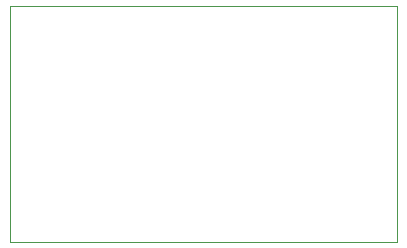
<source format=gm1>
G04 #@! TF.GenerationSoftware,KiCad,Pcbnew,(5.1.6)-1*
G04 #@! TF.CreationDate,2021-03-27T23:13:27-04:00*
G04 #@! TF.ProjectId,tm3130-2481bs,746d3331-3330-42d3-9234-383162732e6b,rev?*
G04 #@! TF.SameCoordinates,Original*
G04 #@! TF.FileFunction,Profile,NP*
%FSLAX46Y46*%
G04 Gerber Fmt 4.6, Leading zero omitted, Abs format (unit mm)*
G04 Created by KiCad (PCBNEW (5.1.6)-1) date 2021-03-27 23:13:27*
%MOMM*%
%LPD*%
G01*
G04 APERTURE LIST*
G04 #@! TA.AperFunction,Profile*
%ADD10C,0.050000*%
G04 #@! TD*
G04 APERTURE END LIST*
D10*
X118999000Y-59400000D02*
X118999000Y-39400000D01*
X151766000Y-39400000D02*
X151765000Y-59400000D01*
X119000000Y-39400000D02*
X151766000Y-39400000D01*
X118999000Y-59400000D02*
X151765000Y-59400000D01*
M02*

</source>
